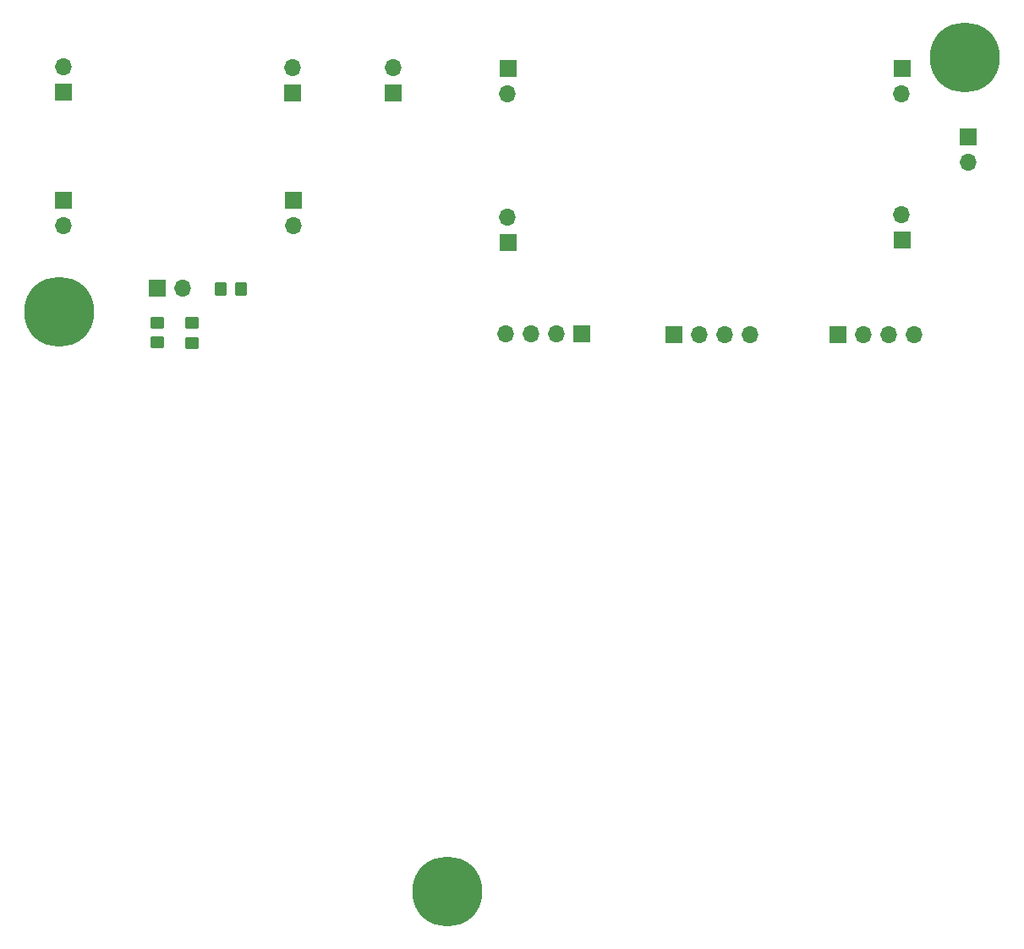
<source format=gts>
G04 #@! TF.GenerationSoftware,KiCad,Pcbnew,(6.0.10)*
G04 #@! TF.CreationDate,2023-02-06T13:43:24-03:00*
G04 #@! TF.ProjectId,PowerSupply_HW,506f7765-7253-4757-9070-6c795f48572e,rev?*
G04 #@! TF.SameCoordinates,Original*
G04 #@! TF.FileFunction,Soldermask,Top*
G04 #@! TF.FilePolarity,Negative*
%FSLAX46Y46*%
G04 Gerber Fmt 4.6, Leading zero omitted, Abs format (unit mm)*
G04 Created by KiCad (PCBNEW (6.0.10)) date 2023-02-06 13:43:24*
%MOMM*%
%LPD*%
G01*
G04 APERTURE LIST*
G04 Aperture macros list*
%AMRoundRect*
0 Rectangle with rounded corners*
0 $1 Rounding radius*
0 $2 $3 $4 $5 $6 $7 $8 $9 X,Y pos of 4 corners*
0 Add a 4 corners polygon primitive as box body*
4,1,4,$2,$3,$4,$5,$6,$7,$8,$9,$2,$3,0*
0 Add four circle primitives for the rounded corners*
1,1,$1+$1,$2,$3*
1,1,$1+$1,$4,$5*
1,1,$1+$1,$6,$7*
1,1,$1+$1,$8,$9*
0 Add four rect primitives between the rounded corners*
20,1,$1+$1,$2,$3,$4,$5,0*
20,1,$1+$1,$4,$5,$6,$7,0*
20,1,$1+$1,$6,$7,$8,$9,0*
20,1,$1+$1,$8,$9,$2,$3,0*%
G04 Aperture macros list end*
%ADD10C,7.000000*%
%ADD11RoundRect,0.250000X-0.450000X0.350000X-0.450000X-0.350000X0.450000X-0.350000X0.450000X0.350000X0*%
%ADD12R,1.700000X1.700000*%
%ADD13O,1.700000X1.700000*%
%ADD14RoundRect,0.250000X0.350000X0.450000X-0.350000X0.450000X-0.350000X-0.450000X0.350000X-0.450000X0*%
G04 APERTURE END LIST*
D10*
X150749000Y-40767000D03*
D11*
X73310000Y-67370000D03*
X73310000Y-69370000D03*
D12*
X151040000Y-48685000D03*
D13*
X151040000Y-51225000D03*
D10*
X98882200Y-124307600D03*
D12*
X112370000Y-68450000D03*
D13*
X109830000Y-68450000D03*
X107290000Y-68450000D03*
X104750000Y-68450000D03*
D10*
X60071000Y-66243200D03*
D14*
X78250000Y-63980000D03*
X76250000Y-63980000D03*
D12*
X138049000Y-68500000D03*
D13*
X140589000Y-68500000D03*
X143129000Y-68500000D03*
X145669000Y-68500000D03*
D12*
X69885000Y-63900000D03*
D13*
X72425000Y-63900000D03*
D12*
X60520200Y-44219000D03*
D13*
X60520200Y-41679000D03*
D12*
X60511000Y-55081000D03*
D13*
X60511000Y-57621000D03*
X83440200Y-41739000D03*
D12*
X83440200Y-44279000D03*
D13*
X83472600Y-57570200D03*
D12*
X83472600Y-55030200D03*
X121650000Y-68500000D03*
D13*
X124190000Y-68500000D03*
X126730000Y-68500000D03*
X129270000Y-68500000D03*
D12*
X93510000Y-44275000D03*
D13*
X93510000Y-41735000D03*
D11*
X69860000Y-67310000D03*
X69860000Y-69310000D03*
D12*
X104975000Y-41860000D03*
D13*
X104953000Y-44370400D03*
X104953000Y-56765600D03*
D12*
X104975000Y-59310000D03*
X144445000Y-59005000D03*
D13*
X144424600Y-56460800D03*
D12*
X144445000Y-41860000D03*
D13*
X144424600Y-44370400D03*
M02*

</source>
